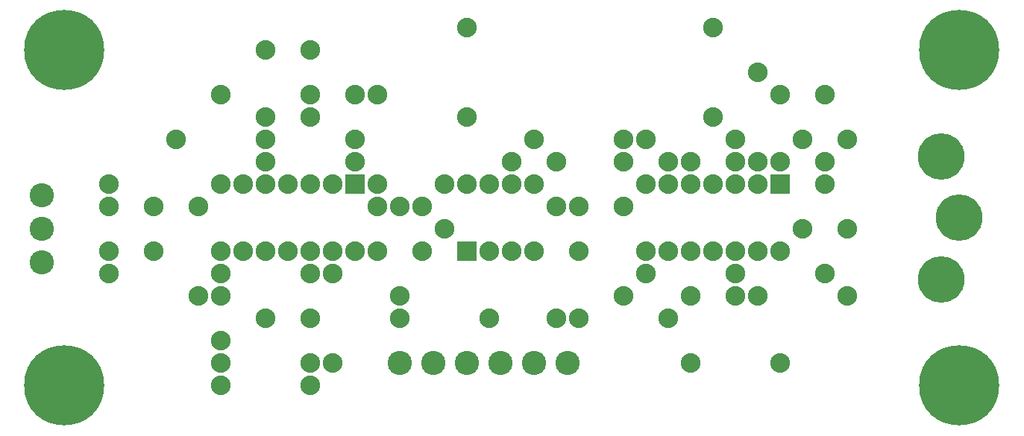
<source format=gbs>
%FSLAX23Y23*%
%MOIN*%
G70*
G01*
G75*
%ADD10C,0.080*%
%ADD11C,0.100*%
%ADD12C,0.200*%
%ADD13R,0.080X0.080*%
%ADD14C,0.350*%
%ADD15C,0.010*%
%ADD16C,0.040*%
%ADD17C,0.008*%
%ADD18C,0.012*%
%ADD19C,0.020*%
%ADD20C,0.006*%
%ADD21C,0.088*%
%ADD22C,0.108*%
%ADD23C,0.208*%
%ADD24R,0.088X0.088*%
%ADD25C,0.358*%
D21*
X11375Y8245D02*
D03*
Y8545D02*
D03*
X11175D02*
D03*
Y8245D02*
D03*
X10875Y8845D02*
D03*
Y8445D02*
D03*
X10275Y8045D02*
D03*
Y7845D02*
D03*
X10175Y7545D02*
D03*
Y8045D02*
D03*
X9775Y8845D02*
D03*
Y8445D02*
D03*
X9575Y7845D02*
D03*
Y8045D02*
D03*
X9375D02*
D03*
Y7845D02*
D03*
X9075Y8745D02*
D03*
X8875D02*
D03*
X8375Y8045D02*
D03*
Y7845D02*
D03*
X8175Y7745D02*
D03*
X11375Y8145D02*
D03*
X8175D02*
D03*
X9975Y8245D02*
D03*
X10175D02*
D03*
X9675Y8145D02*
D03*
Y7945D02*
D03*
X10775Y7645D02*
D03*
X10975D02*
D03*
Y8245D02*
D03*
X10775D02*
D03*
X8875Y7545D02*
D03*
X9075D02*
D03*
X8875Y8445D02*
D03*
X9075D02*
D03*
X10675Y8245D02*
D03*
X10475D02*
D03*
X8675Y7645D02*
D03*
Y7445D02*
D03*
X9275Y8345D02*
D03*
Y8545D02*
D03*
X9875Y7545D02*
D03*
X9475D02*
D03*
Y8045D02*
D03*
Y7645D02*
D03*
X8675Y7245D02*
D03*
X9075D02*
D03*
X11175Y7345D02*
D03*
X10775D02*
D03*
X10675Y7545D02*
D03*
X10275D02*
D03*
X10475Y8045D02*
D03*
Y7645D02*
D03*
X11075D02*
D03*
X11475D02*
D03*
X10575Y7745D02*
D03*
X10975D02*
D03*
X11375D02*
D03*
X10975Y8345D02*
D03*
X10575D02*
D03*
X11275Y7945D02*
D03*
Y8345D02*
D03*
X11475Y7945D02*
D03*
Y8345D02*
D03*
X11075Y8245D02*
D03*
Y8645D02*
D03*
X9175Y7745D02*
D03*
Y7345D02*
D03*
X8675Y7745D02*
D03*
X9075D02*
D03*
Y7345D02*
D03*
X8675D02*
D03*
X8875Y8345D02*
D03*
X8475D02*
D03*
X9275Y8245D02*
D03*
X8875D02*
D03*
X8675Y8545D02*
D03*
X9075D02*
D03*
X9375D02*
D03*
Y8145D02*
D03*
X9275Y7845D02*
D03*
X9175D02*
D03*
X9075D02*
D03*
X8975D02*
D03*
X8875D02*
D03*
X8775D02*
D03*
X8675D02*
D03*
Y8145D02*
D03*
X8775D02*
D03*
X8875D02*
D03*
X8975D02*
D03*
X9075D02*
D03*
X9175D02*
D03*
X9875Y7845D02*
D03*
X9975D02*
D03*
X10075D02*
D03*
Y8145D02*
D03*
X9975D02*
D03*
X9875D02*
D03*
X9775D02*
D03*
X11175Y7845D02*
D03*
X11075D02*
D03*
X10975D02*
D03*
X10875D02*
D03*
X10775D02*
D03*
X10675D02*
D03*
X10575D02*
D03*
Y8145D02*
D03*
X10675D02*
D03*
X10775D02*
D03*
X10875D02*
D03*
X10975D02*
D03*
X11075D02*
D03*
X8575Y7645D02*
D03*
Y8045D02*
D03*
X10475Y8345D02*
D03*
X10075D02*
D03*
X8175Y8045D02*
D03*
Y7845D02*
D03*
D22*
X10225Y7345D02*
D03*
X7875Y7945D02*
D03*
Y8095D02*
D03*
X9475Y7345D02*
D03*
X9625D02*
D03*
X9775D02*
D03*
X9925D02*
D03*
X10075D02*
D03*
X7875Y7795D02*
D03*
D23*
X11975Y7995D02*
D03*
X11895Y8270D02*
D03*
Y7720D02*
D03*
D24*
X9275Y8145D02*
D03*
X9775Y7845D02*
D03*
X11175Y8145D02*
D03*
D25*
X7975Y8745D02*
D03*
Y7245D02*
D03*
X11975D02*
D03*
Y8745D02*
D03*
M02*

</source>
